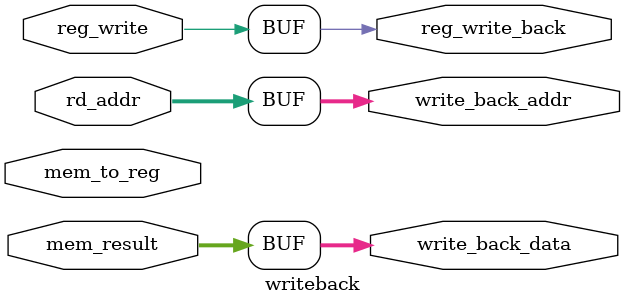
<source format=v>
module writeback(
    input [63:0] mem_result,            
    input reg_write,                    
    input [4:0] rd_addr,                
    output [63:0] write_back_data,      
    output [4:0] write_back_addr,       
    output reg_write_back , 
    input mem_to_reg           
);
    
    assign write_back_data = mem_result; 
    assign write_back_addr = rd_addr;    
    assign reg_write_back = reg_write;   
endmodule

</source>
